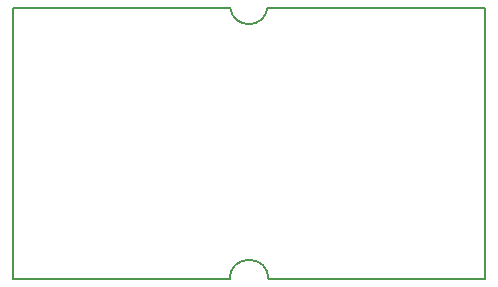
<source format=gbr>
G04 #@! TF.GenerationSoftware,KiCad,Pcbnew,7.0.6+dfsg-1*
G04 #@! TF.CreationDate,2023-08-23T13:02:18+02:00*
G04 #@! TF.ProjectId,GPDI_ULX3S,47504449-5f55-44c5-9833-532e6b696361,1.6*
G04 #@! TF.SameCoordinates,Original*
G04 #@! TF.FileFunction,Profile,NP*
%FSLAX46Y46*%
G04 Gerber Fmt 4.6, Leading zero omitted, Abs format (unit mm)*
G04 Created by KiCad (PCBNEW 7.0.6+dfsg-1) date 2023-08-23 13:02:18*
%MOMM*%
%LPD*%
G01*
G04 APERTURE LIST*
G04 #@! TA.AperFunction,Profile*
%ADD10C,0.150000*%
G04 #@! TD*
G04 APERTURE END LIST*
D10*
X150495000Y-88925000D02*
X132151000Y-88925000D01*
X150495000Y-65925000D02*
X150495000Y-88925000D01*
X132151000Y-88925000D02*
G75*
G03*
X128849000Y-88925000I-1651000J0D01*
G01*
X128900098Y-65925000D02*
X110495098Y-65925000D01*
X128849000Y-88925000D02*
X110500000Y-88925000D01*
X128900002Y-65925012D02*
G75*
G03*
X132074865Y-65926066I1587498J200012D01*
G01*
X110500000Y-65925000D02*
X110500000Y-88925000D01*
X132075000Y-65925000D02*
X150495000Y-65925000D01*
M02*

</source>
